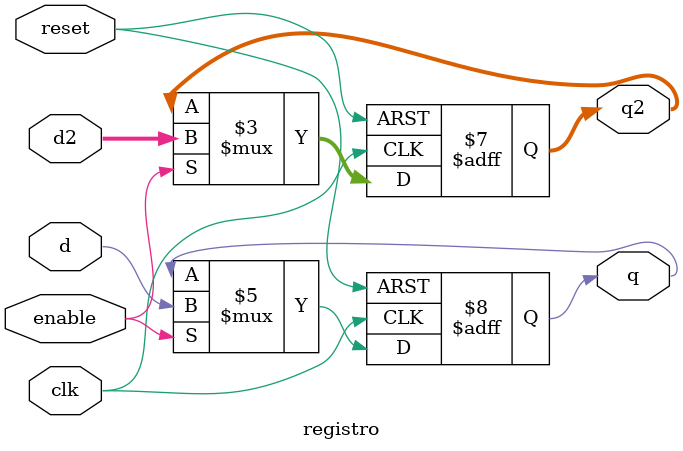
<source format=v>
`timescale 1ns / 1ps
module registro (
	input wire clk,reset,enable,
	input wire d,
	output reg q,
	input wire [7:0] d2,
	output reg [7:0] q2);
	 
	
	always @(posedge clk or posedge reset ) begin
			if (reset) 
				q <= 1'd0;			
			else	if(enable) 
				q <= d;						
			
	end	
		
	always @(posedge clk or posedge reset ) begin		
			if (reset) 		
				q2 <= 8'd0;
			else if(enable) 	
				q2 <= d2;			
		 
	
	end
endmodule


</source>
